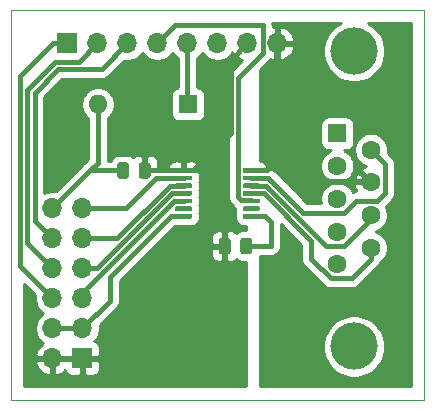
<source format=gbr>
%TF.GenerationSoftware,KiCad,Pcbnew,5.1.9*%
%TF.CreationDate,2021-02-06T21:01:27+01:00*%
%TF.ProjectId,linear_encoder,6c696e65-6172-45f6-956e-636f6465722e,0*%
%TF.SameCoordinates,Original*%
%TF.FileFunction,Copper,L1,Top*%
%TF.FilePolarity,Positive*%
%FSLAX46Y46*%
G04 Gerber Fmt 4.6, Leading zero omitted, Abs format (unit mm)*
G04 Created by KiCad (PCBNEW 5.1.9) date 2021-02-06 21:01:27*
%MOMM*%
%LPD*%
G01*
G04 APERTURE LIST*
%TA.AperFunction,Profile*%
%ADD10C,0.100000*%
%TD*%
%TA.AperFunction,ComponentPad*%
%ADD11O,1.700000X1.700000*%
%TD*%
%TA.AperFunction,ComponentPad*%
%ADD12R,1.700000X1.700000*%
%TD*%
%TA.AperFunction,ComponentPad*%
%ADD13C,4.000000*%
%TD*%
%TA.AperFunction,ComponentPad*%
%ADD14C,1.600000*%
%TD*%
%TA.AperFunction,ComponentPad*%
%ADD15R,1.600000X1.600000*%
%TD*%
%TA.AperFunction,ComponentPad*%
%ADD16O,1.600000X1.600000*%
%TD*%
%TA.AperFunction,Conductor*%
%ADD17C,0.400000*%
%TD*%
%TA.AperFunction,Conductor*%
%ADD18C,0.500000*%
%TD*%
%TA.AperFunction,Conductor*%
%ADD19C,0.254000*%
%TD*%
%TA.AperFunction,Conductor*%
%ADD20C,0.150000*%
%TD*%
G04 APERTURE END LIST*
D10*
X109000000Y-19000000D02*
X109000000Y-52000000D01*
X74000000Y-19000000D02*
X109000000Y-19000000D01*
X74000000Y-52000000D02*
X74000000Y-19000000D01*
X109000000Y-52000000D02*
X74000000Y-52000000D01*
%TO.P,U1,14*%
%TO.N,+5V*%
%TA.AperFunction,SMDPad,CuDef*%
G36*
G01*
X93605000Y-32690000D02*
X93605000Y-32490000D01*
G75*
G02*
X93705000Y-32390000I100000J0D01*
G01*
X94980000Y-32390000D01*
G75*
G02*
X95080000Y-32490000I0J-100000D01*
G01*
X95080000Y-32690000D01*
G75*
G02*
X94980000Y-32790000I-100000J0D01*
G01*
X93705000Y-32790000D01*
G75*
G02*
X93605000Y-32690000I0J100000D01*
G01*
G37*
%TD.AperFunction*%
%TO.P,U1,13*%
%TO.N,/A*%
%TA.AperFunction,SMDPad,CuDef*%
G36*
G01*
X93605000Y-33340000D02*
X93605000Y-33140000D01*
G75*
G02*
X93705000Y-33040000I100000J0D01*
G01*
X94980000Y-33040000D01*
G75*
G02*
X95080000Y-33140000I0J-100000D01*
G01*
X95080000Y-33340000D01*
G75*
G02*
X94980000Y-33440000I-100000J0D01*
G01*
X93705000Y-33440000D01*
G75*
G02*
X93605000Y-33340000I0J100000D01*
G01*
G37*
%TD.AperFunction*%
%TO.P,U1,12*%
%TO.N,/B*%
%TA.AperFunction,SMDPad,CuDef*%
G36*
G01*
X93605000Y-33990000D02*
X93605000Y-33790000D01*
G75*
G02*
X93705000Y-33690000I100000J0D01*
G01*
X94980000Y-33690000D01*
G75*
G02*
X95080000Y-33790000I0J-100000D01*
G01*
X95080000Y-33990000D01*
G75*
G02*
X94980000Y-34090000I-100000J0D01*
G01*
X93705000Y-34090000D01*
G75*
G02*
X93605000Y-33990000I0J100000D01*
G01*
G37*
%TD.AperFunction*%
%TO.P,U1,11*%
%TO.N,/Z*%
%TA.AperFunction,SMDPad,CuDef*%
G36*
G01*
X93605000Y-34640000D02*
X93605000Y-34440000D01*
G75*
G02*
X93705000Y-34340000I100000J0D01*
G01*
X94980000Y-34340000D01*
G75*
G02*
X95080000Y-34440000I0J-100000D01*
G01*
X95080000Y-34640000D01*
G75*
G02*
X94980000Y-34740000I-100000J0D01*
G01*
X93705000Y-34740000D01*
G75*
G02*
X93605000Y-34640000I0J100000D01*
G01*
G37*
%TD.AperFunction*%
%TO.P,U1,10*%
%TO.N,/IO5V*%
%TA.AperFunction,SMDPad,CuDef*%
G36*
G01*
X93605000Y-35290000D02*
X93605000Y-35090000D01*
G75*
G02*
X93705000Y-34990000I100000J0D01*
G01*
X94980000Y-34990000D01*
G75*
G02*
X95080000Y-35090000I0J-100000D01*
G01*
X95080000Y-35290000D01*
G75*
G02*
X94980000Y-35390000I-100000J0D01*
G01*
X93705000Y-35390000D01*
G75*
G02*
X93605000Y-35290000I0J100000D01*
G01*
G37*
%TD.AperFunction*%
%TO.P,U1,9*%
%TO.N,Net-(U1-Pad9)*%
%TA.AperFunction,SMDPad,CuDef*%
G36*
G01*
X93605000Y-35940000D02*
X93605000Y-35740000D01*
G75*
G02*
X93705000Y-35640000I100000J0D01*
G01*
X94980000Y-35640000D01*
G75*
G02*
X95080000Y-35740000I0J-100000D01*
G01*
X95080000Y-35940000D01*
G75*
G02*
X94980000Y-36040000I-100000J0D01*
G01*
X93705000Y-36040000D01*
G75*
G02*
X93605000Y-35940000I0J100000D01*
G01*
G37*
%TD.AperFunction*%
%TO.P,U1,8*%
%TO.N,Net-(R2-Pad2)*%
%TA.AperFunction,SMDPad,CuDef*%
G36*
G01*
X93605000Y-36590000D02*
X93605000Y-36390000D01*
G75*
G02*
X93705000Y-36290000I100000J0D01*
G01*
X94980000Y-36290000D01*
G75*
G02*
X95080000Y-36390000I0J-100000D01*
G01*
X95080000Y-36590000D01*
G75*
G02*
X94980000Y-36690000I-100000J0D01*
G01*
X93705000Y-36690000D01*
G75*
G02*
X93605000Y-36590000I0J100000D01*
G01*
G37*
%TD.AperFunction*%
%TO.P,U1,7*%
%TO.N,GND*%
%TA.AperFunction,SMDPad,CuDef*%
G36*
G01*
X87880000Y-36590000D02*
X87880000Y-36390000D01*
G75*
G02*
X87980000Y-36290000I100000J0D01*
G01*
X89255000Y-36290000D01*
G75*
G02*
X89355000Y-36390000I0J-100000D01*
G01*
X89355000Y-36590000D01*
G75*
G02*
X89255000Y-36690000I-100000J0D01*
G01*
X87980000Y-36690000D01*
G75*
G02*
X87880000Y-36590000I0J100000D01*
G01*
G37*
%TD.AperFunction*%
%TO.P,U1,6*%
%TO.N,Net-(U1-Pad6)*%
%TA.AperFunction,SMDPad,CuDef*%
G36*
G01*
X87880000Y-35940000D02*
X87880000Y-35740000D01*
G75*
G02*
X87980000Y-35640000I100000J0D01*
G01*
X89255000Y-35640000D01*
G75*
G02*
X89355000Y-35740000I0J-100000D01*
G01*
X89355000Y-35940000D01*
G75*
G02*
X89255000Y-36040000I-100000J0D01*
G01*
X87980000Y-36040000D01*
G75*
G02*
X87880000Y-35940000I0J100000D01*
G01*
G37*
%TD.AperFunction*%
%TO.P,U1,5*%
%TO.N,Net-(JPMOD1-Pad5)*%
%TA.AperFunction,SMDPad,CuDef*%
G36*
G01*
X87880000Y-35290000D02*
X87880000Y-35090000D01*
G75*
G02*
X87980000Y-34990000I100000J0D01*
G01*
X89255000Y-34990000D01*
G75*
G02*
X89355000Y-35090000I0J-100000D01*
G01*
X89355000Y-35290000D01*
G75*
G02*
X89255000Y-35390000I-100000J0D01*
G01*
X87980000Y-35390000D01*
G75*
G02*
X87880000Y-35290000I0J100000D01*
G01*
G37*
%TD.AperFunction*%
%TO.P,U1,4*%
%TO.N,/ZL*%
%TA.AperFunction,SMDPad,CuDef*%
G36*
G01*
X87880000Y-34640000D02*
X87880000Y-34440000D01*
G75*
G02*
X87980000Y-34340000I100000J0D01*
G01*
X89255000Y-34340000D01*
G75*
G02*
X89355000Y-34440000I0J-100000D01*
G01*
X89355000Y-34640000D01*
G75*
G02*
X89255000Y-34740000I-100000J0D01*
G01*
X87980000Y-34740000D01*
G75*
G02*
X87880000Y-34640000I0J100000D01*
G01*
G37*
%TD.AperFunction*%
%TO.P,U1,3*%
%TO.N,/BL*%
%TA.AperFunction,SMDPad,CuDef*%
G36*
G01*
X87880000Y-33990000D02*
X87880000Y-33790000D01*
G75*
G02*
X87980000Y-33690000I100000J0D01*
G01*
X89255000Y-33690000D01*
G75*
G02*
X89355000Y-33790000I0J-100000D01*
G01*
X89355000Y-33990000D01*
G75*
G02*
X89255000Y-34090000I-100000J0D01*
G01*
X87980000Y-34090000D01*
G75*
G02*
X87880000Y-33990000I0J100000D01*
G01*
G37*
%TD.AperFunction*%
%TO.P,U1,2*%
%TO.N,/AL*%
%TA.AperFunction,SMDPad,CuDef*%
G36*
G01*
X87880000Y-33340000D02*
X87880000Y-33140000D01*
G75*
G02*
X87980000Y-33040000I100000J0D01*
G01*
X89255000Y-33040000D01*
G75*
G02*
X89355000Y-33140000I0J-100000D01*
G01*
X89355000Y-33340000D01*
G75*
G02*
X89255000Y-33440000I-100000J0D01*
G01*
X87980000Y-33440000D01*
G75*
G02*
X87880000Y-33340000I0J100000D01*
G01*
G37*
%TD.AperFunction*%
%TO.P,U1,1*%
%TO.N,+3V3*%
%TA.AperFunction,SMDPad,CuDef*%
G36*
G01*
X87880000Y-32690000D02*
X87880000Y-32490000D01*
G75*
G02*
X87980000Y-32390000I100000J0D01*
G01*
X89255000Y-32390000D01*
G75*
G02*
X89355000Y-32490000I0J-100000D01*
G01*
X89355000Y-32690000D01*
G75*
G02*
X89255000Y-32790000I-100000J0D01*
G01*
X87980000Y-32790000D01*
G75*
G02*
X87880000Y-32690000I0J100000D01*
G01*
G37*
%TD.AperFunction*%
%TD*%
%TO.P,R2,2*%
%TO.N,Net-(R2-Pad2)*%
%TA.AperFunction,SMDPad,CuDef*%
G36*
G01*
X93400000Y-39450001D02*
X93400000Y-38549999D01*
G75*
G02*
X93649999Y-38300000I249999J0D01*
G01*
X94175001Y-38300000D01*
G75*
G02*
X94425000Y-38549999I0J-249999D01*
G01*
X94425000Y-39450001D01*
G75*
G02*
X94175001Y-39700000I-249999J0D01*
G01*
X93649999Y-39700000D01*
G75*
G02*
X93400000Y-39450001I0J249999D01*
G01*
G37*
%TD.AperFunction*%
%TO.P,R2,1*%
%TO.N,+3V3*%
%TA.AperFunction,SMDPad,CuDef*%
G36*
G01*
X91575000Y-39450001D02*
X91575000Y-38549999D01*
G75*
G02*
X91824999Y-38300000I249999J0D01*
G01*
X92350001Y-38300000D01*
G75*
G02*
X92600000Y-38549999I0J-249999D01*
G01*
X92600000Y-39450001D01*
G75*
G02*
X92350001Y-39700000I-249999J0D01*
G01*
X91824999Y-39700000D01*
G75*
G02*
X91575000Y-39450001I0J249999D01*
G01*
G37*
%TD.AperFunction*%
%TD*%
%TO.P,R1,2*%
%TO.N,+3V3*%
%TA.AperFunction,SMDPad,CuDef*%
G36*
G01*
X84800000Y-33050001D02*
X84800000Y-32149999D01*
G75*
G02*
X85049999Y-31900000I249999J0D01*
G01*
X85575001Y-31900000D01*
G75*
G02*
X85825000Y-32149999I0J-249999D01*
G01*
X85825000Y-33050001D01*
G75*
G02*
X85575001Y-33300000I-249999J0D01*
G01*
X85049999Y-33300000D01*
G75*
G02*
X84800000Y-33050001I0J249999D01*
G01*
G37*
%TD.AperFunction*%
%TO.P,R1,1*%
%TO.N,Net-(D1-Pad2)*%
%TA.AperFunction,SMDPad,CuDef*%
G36*
G01*
X82975000Y-33050001D02*
X82975000Y-32149999D01*
G75*
G02*
X83224999Y-31900000I249999J0D01*
G01*
X83750001Y-31900000D01*
G75*
G02*
X84000000Y-32149999I0J-249999D01*
G01*
X84000000Y-33050001D01*
G75*
G02*
X83750001Y-33300000I-249999J0D01*
G01*
X83224999Y-33300000D01*
G75*
G02*
X82975000Y-33050001I0J249999D01*
G01*
G37*
%TD.AperFunction*%
%TD*%
D11*
%TO.P,JPMOD1,12*%
%TO.N,Net-(D1-Pad2)*%
X77510000Y-35810000D03*
%TO.P,JPMOD1,11*%
%TO.N,/AL*%
X80050000Y-35810000D03*
%TO.P,JPMOD1,10*%
%TO.N,/IO2*%
X77510000Y-38350000D03*
%TO.P,JPMOD1,9*%
%TO.N,/BL*%
X80050000Y-38350000D03*
%TO.P,JPMOD1,8*%
%TO.N,/IO1*%
X77510000Y-40890000D03*
%TO.P,JPMOD1,7*%
%TO.N,/ZL*%
X80050000Y-40890000D03*
%TO.P,JPMOD1,6*%
%TO.N,/IO0*%
X77510000Y-43430000D03*
%TO.P,JPMOD1,5*%
%TO.N,Net-(JPMOD1-Pad5)*%
X80050000Y-43430000D03*
%TO.P,JPMOD1,4*%
%TO.N,GND*%
X77510000Y-45970000D03*
%TO.P,JPMOD1,3*%
X80050000Y-45970000D03*
%TO.P,JPMOD1,2*%
%TO.N,+3V3*%
X77510000Y-48510000D03*
D12*
%TO.P,JPMOD1,1*%
X80050000Y-48510000D03*
%TD*%
D13*
%TO.P,JDB9,0*%
%TO.N,N/C*%
X103060000Y-22500000D03*
X103060000Y-47500000D03*
D14*
%TO.P,JDB9,9*%
%TO.N,/Z*%
X104480000Y-39155000D03*
%TO.P,JDB9,8*%
%TO.N,/B*%
X104480000Y-36385000D03*
%TO.P,JDB9,7*%
%TO.N,+5V*%
X104480000Y-33615000D03*
%TO.P,JDB9,6*%
%TO.N,/A*%
X104480000Y-30845000D03*
%TO.P,JDB9,5*%
%TO.N,Net-(JDB9-Pad5)*%
X101640000Y-40540000D03*
%TO.P,JDB9,4*%
%TO.N,Net-(JDB9-Pad4)*%
X101640000Y-37770000D03*
%TO.P,JDB9,3*%
%TO.N,Net-(JDB9-Pad3)*%
X101640000Y-35000000D03*
%TO.P,JDB9,2*%
%TO.N,GND*%
X101640000Y-32230000D03*
D15*
%TO.P,JDB9,1*%
%TO.N,Net-(JDB9-Pad1)*%
X101640000Y-29460000D03*
%TD*%
D11*
%TO.P,J1,8*%
%TO.N,+5V*%
X96560000Y-21840000D03*
%TO.P,J1,7*%
%TO.N,+3V3*%
X94020000Y-21840000D03*
%TO.P,J1,6*%
%TO.N,GND*%
X91480000Y-21840000D03*
%TO.P,J1,5*%
%TO.N,/PROBE_IN*%
X88940000Y-21840000D03*
%TO.P,J1,4*%
%TO.N,/IO5V*%
X86400000Y-21840000D03*
%TO.P,J1,3*%
%TO.N,/IO2*%
X83860000Y-21840000D03*
%TO.P,J1,2*%
%TO.N,/IO1*%
X81320000Y-21840000D03*
D12*
%TO.P,J1,1*%
%TO.N,/IO0*%
X78780000Y-21840000D03*
%TD*%
D16*
%TO.P,D1,2*%
%TO.N,Net-(D1-Pad2)*%
X81380000Y-27000000D03*
D15*
%TO.P,D1,1*%
%TO.N,/PROBE_IN*%
X89000000Y-27000000D03*
%TD*%
D17*
%TO.N,Net-(D1-Pad2)*%
X83380000Y-32492500D02*
X83487500Y-32600000D01*
X80720000Y-32600000D02*
X77510000Y-35810000D01*
X83487500Y-32600000D02*
X80720000Y-32600000D01*
X81380000Y-31940000D02*
X80720000Y-32600000D01*
X81380000Y-27000000D02*
X81380000Y-31940000D01*
%TO.N,/PROBE_IN*%
X88940000Y-26940000D02*
X89000000Y-27000000D01*
X88940000Y-21840000D02*
X88940000Y-26940000D01*
D18*
%TO.N,+5V*%
X96560000Y-21840000D02*
X96560000Y-30372500D01*
X99802500Y-33615000D02*
X96560000Y-30372500D01*
X104480000Y-33615000D02*
X99802500Y-33615000D01*
D17*
X94342500Y-32590000D02*
X95660000Y-32590000D01*
X96560000Y-31690000D02*
X96560000Y-30372500D01*
X95660000Y-32590000D02*
X96560000Y-31690000D01*
%TO.N,+3V3*%
X88617500Y-32590000D02*
X89412124Y-32590000D01*
X85322500Y-32590000D02*
X85312500Y-32600000D01*
X88617500Y-32590000D02*
X85322500Y-32590000D01*
X77510000Y-48510000D02*
X80050000Y-48510000D01*
X89412124Y-32590000D02*
X92604979Y-29397145D01*
X92604979Y-29397145D02*
X92604979Y-23255021D01*
X92604979Y-23255021D02*
X94020000Y-21840000D01*
X88617500Y-32590000D02*
X91590000Y-32590000D01*
X92087500Y-33087500D02*
X92087500Y-39000000D01*
X91590000Y-32590000D02*
X92087500Y-33087500D01*
%TO.N,GND*%
X88617500Y-36490000D02*
X87510000Y-36490000D01*
X87510000Y-36490000D02*
X82400000Y-41600000D01*
X82400000Y-43620000D02*
X80050000Y-45970000D01*
X82400000Y-41600000D02*
X82400000Y-43620000D01*
X80050000Y-45970000D02*
X77510000Y-45970000D01*
%TO.N,/IO5V*%
X93204990Y-34847114D02*
X93204990Y-24795010D01*
X93497886Y-35140010D02*
X93204990Y-34847114D01*
X94342500Y-35140010D02*
X93497886Y-35140010D01*
X95309999Y-22690001D02*
X95309999Y-20309999D01*
X93204990Y-24795010D02*
X95309999Y-22690001D01*
X87930001Y-20309999D02*
X86400000Y-21840000D01*
X95309999Y-20309999D02*
X87930001Y-20309999D01*
%TO.N,/IO2*%
X83860000Y-21840000D02*
X81700000Y-24000000D01*
X81700000Y-24000000D02*
X78000000Y-24000000D01*
X78000000Y-24000000D02*
X76000000Y-26000000D01*
X76000000Y-36840000D02*
X77510000Y-38350000D01*
X76000000Y-26000000D02*
X76000000Y-36840000D01*
%TO.N,/IO1*%
X79760011Y-23399989D02*
X81320000Y-21840000D01*
X77510000Y-40890000D02*
X75399989Y-38779989D01*
X75399989Y-38779989D02*
X75399989Y-25751468D01*
X75399989Y-25751468D02*
X77751468Y-23399989D01*
X77751468Y-23399989D02*
X79760011Y-23399989D01*
%TO.N,/IO0*%
X78780000Y-21840000D02*
X77530000Y-21840000D01*
X77530000Y-21840000D02*
X74799978Y-24570022D01*
X74799978Y-24570022D02*
X74799978Y-40719978D01*
X74799978Y-40719978D02*
X77510000Y-43430000D01*
%TO.N,/Z*%
X104480000Y-39155000D02*
X104480000Y-40102196D01*
X99400000Y-40076002D02*
X99400000Y-38551457D01*
X99400000Y-38551457D02*
X95388543Y-34540000D01*
X104480000Y-40102196D02*
X102842195Y-41740001D01*
X102842195Y-41740001D02*
X101063999Y-41740001D01*
X101063999Y-41740001D02*
X99400000Y-40076002D01*
X95388543Y-34540000D02*
X94342500Y-34540000D01*
%TO.N,/B*%
X95587086Y-33890000D02*
X94342500Y-33890000D01*
X104480000Y-36706002D02*
X102216001Y-38970001D01*
X100667087Y-38970001D02*
X95587086Y-33890000D01*
X102216001Y-38970001D02*
X100667087Y-38970001D01*
X104480000Y-36385000D02*
X104480000Y-36706002D01*
%TO.N,/A*%
X95785629Y-33240000D02*
X94342500Y-33240000D01*
X105680001Y-34519999D02*
X105015001Y-35184999D01*
X98745630Y-36200001D02*
X95785629Y-33240000D01*
X102216001Y-36200001D02*
X98745630Y-36200001D01*
X103231003Y-35184999D02*
X102216001Y-36200001D01*
X104480000Y-30845000D02*
X105680001Y-32045001D01*
X105015001Y-35184999D02*
X103231003Y-35184999D01*
X105680001Y-32045001D02*
X105680001Y-34519999D01*
%TO.N,/ZL*%
X88617500Y-34540000D02*
X87624334Y-34540000D01*
X87624334Y-34540000D02*
X81274334Y-40890000D01*
X81274334Y-40890000D02*
X80050000Y-40890000D01*
%TO.N,/BL*%
X87425791Y-33890000D02*
X82965791Y-38350000D01*
X88617500Y-33890000D02*
X87425791Y-33890000D01*
X82965791Y-38350000D02*
X80050000Y-38350000D01*
%TO.N,/AL*%
X83734256Y-35810000D02*
X80050000Y-35810000D01*
X86304256Y-33240000D02*
X83734256Y-35810000D01*
X88617500Y-33240000D02*
X86304256Y-33240000D01*
%TO.N,Net-(R2-Pad2)*%
X94342500Y-36490000D02*
X95490000Y-36490000D01*
X95490000Y-36490000D02*
X96000000Y-37000000D01*
X96000000Y-37000000D02*
X96000000Y-39000000D01*
X96000000Y-39000000D02*
X93912500Y-39000000D01*
%TO.N,Net-(JPMOD1-Pad5)*%
X80050000Y-42962876D02*
X80050000Y-43430000D01*
X88617500Y-35190000D02*
X87822876Y-35190000D01*
X87822876Y-35190000D02*
X80050000Y-42962876D01*
%TD*%
D19*
%TO.N,+3V3*%
X92824822Y-22721355D02*
X93019731Y-22937588D01*
X93253080Y-23111641D01*
X93515901Y-23236825D01*
X93566853Y-23252280D01*
X92643564Y-24175569D01*
X92611700Y-24201719D01*
X92585552Y-24233581D01*
X92507354Y-24328865D01*
X92429818Y-24473924D01*
X92382072Y-24631322D01*
X92365950Y-24795010D01*
X92369991Y-24836039D01*
X92369990Y-34806095D01*
X92365950Y-34847114D01*
X92369990Y-34888132D01*
X92382072Y-35010802D01*
X92429818Y-35168200D01*
X92507354Y-35313259D01*
X92611699Y-35440405D01*
X92643569Y-35466560D01*
X92878440Y-35701431D01*
X92904595Y-35733301D01*
X92966928Y-35784456D01*
X92966928Y-35940000D01*
X92981110Y-36083991D01*
X93005684Y-36165000D01*
X92981110Y-36246009D01*
X92966928Y-36390000D01*
X92966928Y-36590000D01*
X92981110Y-36733991D01*
X93023110Y-36872448D01*
X93091316Y-37000051D01*
X93183104Y-37111896D01*
X93294949Y-37203684D01*
X93422552Y-37271890D01*
X93561009Y-37313890D01*
X93705000Y-37328072D01*
X93873000Y-37328072D01*
X93873000Y-37661928D01*
X93649999Y-37661928D01*
X93476745Y-37678992D01*
X93310149Y-37729528D01*
X93156613Y-37811595D01*
X93075363Y-37878276D01*
X93051185Y-37848815D01*
X92954494Y-37769463D01*
X92844180Y-37710498D01*
X92724482Y-37674188D01*
X92600000Y-37661928D01*
X92373250Y-37665000D01*
X92214500Y-37823750D01*
X92214500Y-38873000D01*
X92234500Y-38873000D01*
X92234500Y-39127000D01*
X92214500Y-39127000D01*
X92214500Y-40176250D01*
X92373250Y-40335000D01*
X92600000Y-40338072D01*
X92724482Y-40325812D01*
X92844180Y-40289502D01*
X92954494Y-40230537D01*
X93051185Y-40151185D01*
X93075363Y-40121724D01*
X93156613Y-40188405D01*
X93310149Y-40270472D01*
X93476745Y-40321008D01*
X93649999Y-40338072D01*
X93873000Y-40338072D01*
X93873000Y-50873000D01*
X75127000Y-50873000D01*
X75127000Y-48866890D01*
X76068524Y-48866890D01*
X76113175Y-49014099D01*
X76238359Y-49276920D01*
X76412412Y-49510269D01*
X76628645Y-49705178D01*
X76878748Y-49854157D01*
X77153109Y-49951481D01*
X77383000Y-49830814D01*
X77383000Y-48637000D01*
X77637000Y-48637000D01*
X77637000Y-49830814D01*
X77866891Y-49951481D01*
X78141252Y-49854157D01*
X78391355Y-49705178D01*
X78587502Y-49528374D01*
X78610498Y-49604180D01*
X78669463Y-49714494D01*
X78748815Y-49811185D01*
X78845506Y-49890537D01*
X78955820Y-49949502D01*
X79075518Y-49985812D01*
X79200000Y-49998072D01*
X79764250Y-49995000D01*
X79923000Y-49836250D01*
X79923000Y-48637000D01*
X80177000Y-48637000D01*
X80177000Y-49836250D01*
X80335750Y-49995000D01*
X80900000Y-49998072D01*
X81024482Y-49985812D01*
X81144180Y-49949502D01*
X81254494Y-49890537D01*
X81351185Y-49811185D01*
X81430537Y-49714494D01*
X81489502Y-49604180D01*
X81525812Y-49484482D01*
X81538072Y-49360000D01*
X81535000Y-48795750D01*
X81376250Y-48637000D01*
X80177000Y-48637000D01*
X79923000Y-48637000D01*
X77637000Y-48637000D01*
X77383000Y-48637000D01*
X76189845Y-48637000D01*
X76068524Y-48866890D01*
X75127000Y-48866890D01*
X75127000Y-42227867D01*
X76051193Y-43152061D01*
X76025000Y-43283740D01*
X76025000Y-43576260D01*
X76082068Y-43863158D01*
X76194010Y-44133411D01*
X76356525Y-44376632D01*
X76563368Y-44583475D01*
X76737760Y-44700000D01*
X76563368Y-44816525D01*
X76356525Y-45023368D01*
X76194010Y-45266589D01*
X76082068Y-45536842D01*
X76025000Y-45823740D01*
X76025000Y-46116260D01*
X76082068Y-46403158D01*
X76194010Y-46673411D01*
X76356525Y-46916632D01*
X76563368Y-47123475D01*
X76745534Y-47245195D01*
X76628645Y-47314822D01*
X76412412Y-47509731D01*
X76238359Y-47743080D01*
X76113175Y-48005901D01*
X76068524Y-48153110D01*
X76189845Y-48383000D01*
X77383000Y-48383000D01*
X77383000Y-48363000D01*
X77637000Y-48363000D01*
X77637000Y-48383000D01*
X79923000Y-48383000D01*
X79923000Y-48363000D01*
X80177000Y-48363000D01*
X80177000Y-48383000D01*
X81376250Y-48383000D01*
X81535000Y-48224250D01*
X81538072Y-47660000D01*
X81525812Y-47535518D01*
X81489502Y-47415820D01*
X81430537Y-47305506D01*
X81351185Y-47208815D01*
X81254494Y-47129463D01*
X81144180Y-47070498D01*
X81071620Y-47048487D01*
X81203475Y-46916632D01*
X81365990Y-46673411D01*
X81477932Y-46403158D01*
X81535000Y-46116260D01*
X81535000Y-45823740D01*
X81508807Y-45692061D01*
X82961432Y-44239437D01*
X82993291Y-44213291D01*
X83097636Y-44086146D01*
X83175172Y-43941087D01*
X83222918Y-43783689D01*
X83235000Y-43661019D01*
X83239040Y-43620000D01*
X83235000Y-43578982D01*
X83235000Y-41945867D01*
X85480867Y-39700000D01*
X90936928Y-39700000D01*
X90949188Y-39824482D01*
X90985498Y-39944180D01*
X91044463Y-40054494D01*
X91123815Y-40151185D01*
X91220506Y-40230537D01*
X91330820Y-40289502D01*
X91450518Y-40325812D01*
X91575000Y-40338072D01*
X91801750Y-40335000D01*
X91960500Y-40176250D01*
X91960500Y-39127000D01*
X91098750Y-39127000D01*
X90940000Y-39285750D01*
X90936928Y-39700000D01*
X85480867Y-39700000D01*
X86880867Y-38300000D01*
X90936928Y-38300000D01*
X90940000Y-38714250D01*
X91098750Y-38873000D01*
X91960500Y-38873000D01*
X91960500Y-37823750D01*
X91801750Y-37665000D01*
X91575000Y-37661928D01*
X91450518Y-37674188D01*
X91330820Y-37710498D01*
X91220506Y-37769463D01*
X91123815Y-37848815D01*
X91044463Y-37945506D01*
X90985498Y-38055820D01*
X90949188Y-38175518D01*
X90936928Y-38300000D01*
X86880867Y-38300000D01*
X87855868Y-37325000D01*
X87948810Y-37325000D01*
X87980000Y-37328072D01*
X89255000Y-37328072D01*
X89398991Y-37313890D01*
X89537448Y-37271890D01*
X89665051Y-37203684D01*
X89776896Y-37111896D01*
X89868684Y-37000051D01*
X89936890Y-36872448D01*
X89978890Y-36733991D01*
X89993072Y-36590000D01*
X89993072Y-36390000D01*
X89978890Y-36246009D01*
X89954316Y-36165000D01*
X89978890Y-36083991D01*
X89993072Y-35940000D01*
X89993072Y-35740000D01*
X89978890Y-35596009D01*
X89954316Y-35515000D01*
X89978890Y-35433991D01*
X89993072Y-35290000D01*
X89993072Y-35090000D01*
X89978890Y-34946009D01*
X89954316Y-34865000D01*
X89978890Y-34783991D01*
X89993072Y-34640000D01*
X89993072Y-34440000D01*
X89978890Y-34296009D01*
X89954316Y-34215000D01*
X89978890Y-34133991D01*
X89993072Y-33990000D01*
X89993072Y-33790000D01*
X89978890Y-33646009D01*
X89954316Y-33565000D01*
X89978890Y-33483991D01*
X89993072Y-33340000D01*
X89993072Y-33140000D01*
X89978890Y-32996009D01*
X89967650Y-32958955D01*
X89978868Y-32923883D01*
X89990000Y-32821750D01*
X89831250Y-32663000D01*
X89813741Y-32663000D01*
X89776896Y-32618104D01*
X89665051Y-32526316D01*
X89647622Y-32517000D01*
X89831250Y-32517000D01*
X89990000Y-32358250D01*
X89978868Y-32256117D01*
X89940761Y-32136979D01*
X89880144Y-32027564D01*
X89799346Y-31932078D01*
X89701471Y-31854189D01*
X89590282Y-31796891D01*
X89470052Y-31762386D01*
X89345400Y-31752000D01*
X88903250Y-31755000D01*
X88744500Y-31913750D01*
X88744500Y-32401928D01*
X88490500Y-32401928D01*
X88490500Y-31913750D01*
X88331750Y-31755000D01*
X87889600Y-31752000D01*
X87764948Y-31762386D01*
X87644718Y-31796891D01*
X87533529Y-31854189D01*
X87435654Y-31932078D01*
X87354856Y-32027564D01*
X87294239Y-32136979D01*
X87256132Y-32256117D01*
X87245000Y-32358250D01*
X87291750Y-32405000D01*
X86369250Y-32405000D01*
X86460000Y-32314250D01*
X86463072Y-31900000D01*
X86450812Y-31775518D01*
X86414502Y-31655820D01*
X86355537Y-31545506D01*
X86276185Y-31448815D01*
X86179494Y-31369463D01*
X86069180Y-31310498D01*
X85949482Y-31274188D01*
X85825000Y-31261928D01*
X85598250Y-31265000D01*
X85439500Y-31423750D01*
X85439500Y-32473000D01*
X85459500Y-32473000D01*
X85459500Y-32727000D01*
X85439500Y-32727000D01*
X85439500Y-32747000D01*
X85185500Y-32747000D01*
X85185500Y-32727000D01*
X85165500Y-32727000D01*
X85165500Y-32473000D01*
X85185500Y-32473000D01*
X85185500Y-31423750D01*
X85026750Y-31265000D01*
X84800000Y-31261928D01*
X84675518Y-31274188D01*
X84555820Y-31310498D01*
X84445506Y-31369463D01*
X84348815Y-31448815D01*
X84324637Y-31478276D01*
X84243387Y-31411595D01*
X84089851Y-31329528D01*
X83923255Y-31278992D01*
X83750001Y-31261928D01*
X83224999Y-31261928D01*
X83051745Y-31278992D01*
X82885149Y-31329528D01*
X82731613Y-31411595D01*
X82597038Y-31522038D01*
X82486595Y-31656613D01*
X82428661Y-31765000D01*
X82215000Y-31765000D01*
X82215000Y-28167930D01*
X82294759Y-28114637D01*
X82494637Y-27914759D01*
X82651680Y-27679727D01*
X82759853Y-27418574D01*
X82815000Y-27141335D01*
X82815000Y-26858665D01*
X82759853Y-26581426D01*
X82651680Y-26320273D01*
X82494637Y-26085241D01*
X82294759Y-25885363D01*
X82059727Y-25728320D01*
X81798574Y-25620147D01*
X81521335Y-25565000D01*
X81238665Y-25565000D01*
X80961426Y-25620147D01*
X80700273Y-25728320D01*
X80465241Y-25885363D01*
X80265363Y-26085241D01*
X80108320Y-26320273D01*
X80000147Y-26581426D01*
X79945000Y-26858665D01*
X79945000Y-27141335D01*
X80000147Y-27418574D01*
X80108320Y-27679727D01*
X80265363Y-27914759D01*
X80465241Y-28114637D01*
X80545000Y-28167930D01*
X80545001Y-31594131D01*
X80158578Y-31980555D01*
X80126709Y-32006709D01*
X80100563Y-32038568D01*
X77787940Y-34351193D01*
X77656260Y-34325000D01*
X77363740Y-34325000D01*
X77076842Y-34382068D01*
X76835000Y-34482242D01*
X76835000Y-26345867D01*
X78345868Y-24835000D01*
X81658982Y-24835000D01*
X81700000Y-24839040D01*
X81741018Y-24835000D01*
X81741019Y-24835000D01*
X81863689Y-24822918D01*
X82021087Y-24775172D01*
X82166146Y-24697636D01*
X82293291Y-24593291D01*
X82319446Y-24561421D01*
X83582060Y-23298807D01*
X83713740Y-23325000D01*
X84006260Y-23325000D01*
X84293158Y-23267932D01*
X84563411Y-23155990D01*
X84806632Y-22993475D01*
X85013475Y-22786632D01*
X85130000Y-22612240D01*
X85246525Y-22786632D01*
X85453368Y-22993475D01*
X85696589Y-23155990D01*
X85966842Y-23267932D01*
X86253740Y-23325000D01*
X86546260Y-23325000D01*
X86833158Y-23267932D01*
X87103411Y-23155990D01*
X87346632Y-22993475D01*
X87553475Y-22786632D01*
X87670000Y-22612240D01*
X87786525Y-22786632D01*
X87993368Y-22993475D01*
X88105000Y-23068065D01*
X88105001Y-25571284D01*
X88075518Y-25574188D01*
X87955820Y-25610498D01*
X87845506Y-25669463D01*
X87748815Y-25748815D01*
X87669463Y-25845506D01*
X87610498Y-25955820D01*
X87574188Y-26075518D01*
X87561928Y-26200000D01*
X87561928Y-27800000D01*
X87574188Y-27924482D01*
X87610498Y-28044180D01*
X87669463Y-28154494D01*
X87748815Y-28251185D01*
X87845506Y-28330537D01*
X87955820Y-28389502D01*
X88075518Y-28425812D01*
X88200000Y-28438072D01*
X89800000Y-28438072D01*
X89924482Y-28425812D01*
X90044180Y-28389502D01*
X90154494Y-28330537D01*
X90251185Y-28251185D01*
X90330537Y-28154494D01*
X90389502Y-28044180D01*
X90425812Y-27924482D01*
X90438072Y-27800000D01*
X90438072Y-26200000D01*
X90425812Y-26075518D01*
X90389502Y-25955820D01*
X90330537Y-25845506D01*
X90251185Y-25748815D01*
X90154494Y-25669463D01*
X90044180Y-25610498D01*
X89924482Y-25574188D01*
X89800000Y-25561928D01*
X89775000Y-25561928D01*
X89775000Y-23068065D01*
X89886632Y-22993475D01*
X90093475Y-22786632D01*
X90210000Y-22612240D01*
X90326525Y-22786632D01*
X90533368Y-22993475D01*
X90776589Y-23155990D01*
X91046842Y-23267932D01*
X91333740Y-23325000D01*
X91626260Y-23325000D01*
X91913158Y-23267932D01*
X92183411Y-23155990D01*
X92426632Y-22993475D01*
X92633475Y-22786632D01*
X92755195Y-22604466D01*
X92824822Y-22721355D01*
%TA.AperFunction,Conductor*%
D20*
G36*
X92824822Y-22721355D02*
G01*
X93019731Y-22937588D01*
X93253080Y-23111641D01*
X93515901Y-23236825D01*
X93566853Y-23252280D01*
X92643564Y-24175569D01*
X92611700Y-24201719D01*
X92585552Y-24233581D01*
X92507354Y-24328865D01*
X92429818Y-24473924D01*
X92382072Y-24631322D01*
X92365950Y-24795010D01*
X92369991Y-24836039D01*
X92369990Y-34806095D01*
X92365950Y-34847114D01*
X92369990Y-34888132D01*
X92382072Y-35010802D01*
X92429818Y-35168200D01*
X92507354Y-35313259D01*
X92611699Y-35440405D01*
X92643569Y-35466560D01*
X92878440Y-35701431D01*
X92904595Y-35733301D01*
X92966928Y-35784456D01*
X92966928Y-35940000D01*
X92981110Y-36083991D01*
X93005684Y-36165000D01*
X92981110Y-36246009D01*
X92966928Y-36390000D01*
X92966928Y-36590000D01*
X92981110Y-36733991D01*
X93023110Y-36872448D01*
X93091316Y-37000051D01*
X93183104Y-37111896D01*
X93294949Y-37203684D01*
X93422552Y-37271890D01*
X93561009Y-37313890D01*
X93705000Y-37328072D01*
X93873000Y-37328072D01*
X93873000Y-37661928D01*
X93649999Y-37661928D01*
X93476745Y-37678992D01*
X93310149Y-37729528D01*
X93156613Y-37811595D01*
X93075363Y-37878276D01*
X93051185Y-37848815D01*
X92954494Y-37769463D01*
X92844180Y-37710498D01*
X92724482Y-37674188D01*
X92600000Y-37661928D01*
X92373250Y-37665000D01*
X92214500Y-37823750D01*
X92214500Y-38873000D01*
X92234500Y-38873000D01*
X92234500Y-39127000D01*
X92214500Y-39127000D01*
X92214500Y-40176250D01*
X92373250Y-40335000D01*
X92600000Y-40338072D01*
X92724482Y-40325812D01*
X92844180Y-40289502D01*
X92954494Y-40230537D01*
X93051185Y-40151185D01*
X93075363Y-40121724D01*
X93156613Y-40188405D01*
X93310149Y-40270472D01*
X93476745Y-40321008D01*
X93649999Y-40338072D01*
X93873000Y-40338072D01*
X93873000Y-50873000D01*
X75127000Y-50873000D01*
X75127000Y-48866890D01*
X76068524Y-48866890D01*
X76113175Y-49014099D01*
X76238359Y-49276920D01*
X76412412Y-49510269D01*
X76628645Y-49705178D01*
X76878748Y-49854157D01*
X77153109Y-49951481D01*
X77383000Y-49830814D01*
X77383000Y-48637000D01*
X77637000Y-48637000D01*
X77637000Y-49830814D01*
X77866891Y-49951481D01*
X78141252Y-49854157D01*
X78391355Y-49705178D01*
X78587502Y-49528374D01*
X78610498Y-49604180D01*
X78669463Y-49714494D01*
X78748815Y-49811185D01*
X78845506Y-49890537D01*
X78955820Y-49949502D01*
X79075518Y-49985812D01*
X79200000Y-49998072D01*
X79764250Y-49995000D01*
X79923000Y-49836250D01*
X79923000Y-48637000D01*
X80177000Y-48637000D01*
X80177000Y-49836250D01*
X80335750Y-49995000D01*
X80900000Y-49998072D01*
X81024482Y-49985812D01*
X81144180Y-49949502D01*
X81254494Y-49890537D01*
X81351185Y-49811185D01*
X81430537Y-49714494D01*
X81489502Y-49604180D01*
X81525812Y-49484482D01*
X81538072Y-49360000D01*
X81535000Y-48795750D01*
X81376250Y-48637000D01*
X80177000Y-48637000D01*
X79923000Y-48637000D01*
X77637000Y-48637000D01*
X77383000Y-48637000D01*
X76189845Y-48637000D01*
X76068524Y-48866890D01*
X75127000Y-48866890D01*
X75127000Y-42227867D01*
X76051193Y-43152061D01*
X76025000Y-43283740D01*
X76025000Y-43576260D01*
X76082068Y-43863158D01*
X76194010Y-44133411D01*
X76356525Y-44376632D01*
X76563368Y-44583475D01*
X76737760Y-44700000D01*
X76563368Y-44816525D01*
X76356525Y-45023368D01*
X76194010Y-45266589D01*
X76082068Y-45536842D01*
X76025000Y-45823740D01*
X76025000Y-46116260D01*
X76082068Y-46403158D01*
X76194010Y-46673411D01*
X76356525Y-46916632D01*
X76563368Y-47123475D01*
X76745534Y-47245195D01*
X76628645Y-47314822D01*
X76412412Y-47509731D01*
X76238359Y-47743080D01*
X76113175Y-48005901D01*
X76068524Y-48153110D01*
X76189845Y-48383000D01*
X77383000Y-48383000D01*
X77383000Y-48363000D01*
X77637000Y-48363000D01*
X77637000Y-48383000D01*
X79923000Y-48383000D01*
X79923000Y-48363000D01*
X80177000Y-48363000D01*
X80177000Y-48383000D01*
X81376250Y-48383000D01*
X81535000Y-48224250D01*
X81538072Y-47660000D01*
X81525812Y-47535518D01*
X81489502Y-47415820D01*
X81430537Y-47305506D01*
X81351185Y-47208815D01*
X81254494Y-47129463D01*
X81144180Y-47070498D01*
X81071620Y-47048487D01*
X81203475Y-46916632D01*
X81365990Y-46673411D01*
X81477932Y-46403158D01*
X81535000Y-46116260D01*
X81535000Y-45823740D01*
X81508807Y-45692061D01*
X82961432Y-44239437D01*
X82993291Y-44213291D01*
X83097636Y-44086146D01*
X83175172Y-43941087D01*
X83222918Y-43783689D01*
X83235000Y-43661019D01*
X83239040Y-43620000D01*
X83235000Y-43578982D01*
X83235000Y-41945867D01*
X85480867Y-39700000D01*
X90936928Y-39700000D01*
X90949188Y-39824482D01*
X90985498Y-39944180D01*
X91044463Y-40054494D01*
X91123815Y-40151185D01*
X91220506Y-40230537D01*
X91330820Y-40289502D01*
X91450518Y-40325812D01*
X91575000Y-40338072D01*
X91801750Y-40335000D01*
X91960500Y-40176250D01*
X91960500Y-39127000D01*
X91098750Y-39127000D01*
X90940000Y-39285750D01*
X90936928Y-39700000D01*
X85480867Y-39700000D01*
X86880867Y-38300000D01*
X90936928Y-38300000D01*
X90940000Y-38714250D01*
X91098750Y-38873000D01*
X91960500Y-38873000D01*
X91960500Y-37823750D01*
X91801750Y-37665000D01*
X91575000Y-37661928D01*
X91450518Y-37674188D01*
X91330820Y-37710498D01*
X91220506Y-37769463D01*
X91123815Y-37848815D01*
X91044463Y-37945506D01*
X90985498Y-38055820D01*
X90949188Y-38175518D01*
X90936928Y-38300000D01*
X86880867Y-38300000D01*
X87855868Y-37325000D01*
X87948810Y-37325000D01*
X87980000Y-37328072D01*
X89255000Y-37328072D01*
X89398991Y-37313890D01*
X89537448Y-37271890D01*
X89665051Y-37203684D01*
X89776896Y-37111896D01*
X89868684Y-37000051D01*
X89936890Y-36872448D01*
X89978890Y-36733991D01*
X89993072Y-36590000D01*
X89993072Y-36390000D01*
X89978890Y-36246009D01*
X89954316Y-36165000D01*
X89978890Y-36083991D01*
X89993072Y-35940000D01*
X89993072Y-35740000D01*
X89978890Y-35596009D01*
X89954316Y-35515000D01*
X89978890Y-35433991D01*
X89993072Y-35290000D01*
X89993072Y-35090000D01*
X89978890Y-34946009D01*
X89954316Y-34865000D01*
X89978890Y-34783991D01*
X89993072Y-34640000D01*
X89993072Y-34440000D01*
X89978890Y-34296009D01*
X89954316Y-34215000D01*
X89978890Y-34133991D01*
X89993072Y-33990000D01*
X89993072Y-33790000D01*
X89978890Y-33646009D01*
X89954316Y-33565000D01*
X89978890Y-33483991D01*
X89993072Y-33340000D01*
X89993072Y-33140000D01*
X89978890Y-32996009D01*
X89967650Y-32958955D01*
X89978868Y-32923883D01*
X89990000Y-32821750D01*
X89831250Y-32663000D01*
X89813741Y-32663000D01*
X89776896Y-32618104D01*
X89665051Y-32526316D01*
X89647622Y-32517000D01*
X89831250Y-32517000D01*
X89990000Y-32358250D01*
X89978868Y-32256117D01*
X89940761Y-32136979D01*
X89880144Y-32027564D01*
X89799346Y-31932078D01*
X89701471Y-31854189D01*
X89590282Y-31796891D01*
X89470052Y-31762386D01*
X89345400Y-31752000D01*
X88903250Y-31755000D01*
X88744500Y-31913750D01*
X88744500Y-32401928D01*
X88490500Y-32401928D01*
X88490500Y-31913750D01*
X88331750Y-31755000D01*
X87889600Y-31752000D01*
X87764948Y-31762386D01*
X87644718Y-31796891D01*
X87533529Y-31854189D01*
X87435654Y-31932078D01*
X87354856Y-32027564D01*
X87294239Y-32136979D01*
X87256132Y-32256117D01*
X87245000Y-32358250D01*
X87291750Y-32405000D01*
X86369250Y-32405000D01*
X86460000Y-32314250D01*
X86463072Y-31900000D01*
X86450812Y-31775518D01*
X86414502Y-31655820D01*
X86355537Y-31545506D01*
X86276185Y-31448815D01*
X86179494Y-31369463D01*
X86069180Y-31310498D01*
X85949482Y-31274188D01*
X85825000Y-31261928D01*
X85598250Y-31265000D01*
X85439500Y-31423750D01*
X85439500Y-32473000D01*
X85459500Y-32473000D01*
X85459500Y-32727000D01*
X85439500Y-32727000D01*
X85439500Y-32747000D01*
X85185500Y-32747000D01*
X85185500Y-32727000D01*
X85165500Y-32727000D01*
X85165500Y-32473000D01*
X85185500Y-32473000D01*
X85185500Y-31423750D01*
X85026750Y-31265000D01*
X84800000Y-31261928D01*
X84675518Y-31274188D01*
X84555820Y-31310498D01*
X84445506Y-31369463D01*
X84348815Y-31448815D01*
X84324637Y-31478276D01*
X84243387Y-31411595D01*
X84089851Y-31329528D01*
X83923255Y-31278992D01*
X83750001Y-31261928D01*
X83224999Y-31261928D01*
X83051745Y-31278992D01*
X82885149Y-31329528D01*
X82731613Y-31411595D01*
X82597038Y-31522038D01*
X82486595Y-31656613D01*
X82428661Y-31765000D01*
X82215000Y-31765000D01*
X82215000Y-28167930D01*
X82294759Y-28114637D01*
X82494637Y-27914759D01*
X82651680Y-27679727D01*
X82759853Y-27418574D01*
X82815000Y-27141335D01*
X82815000Y-26858665D01*
X82759853Y-26581426D01*
X82651680Y-26320273D01*
X82494637Y-26085241D01*
X82294759Y-25885363D01*
X82059727Y-25728320D01*
X81798574Y-25620147D01*
X81521335Y-25565000D01*
X81238665Y-25565000D01*
X80961426Y-25620147D01*
X80700273Y-25728320D01*
X80465241Y-25885363D01*
X80265363Y-26085241D01*
X80108320Y-26320273D01*
X80000147Y-26581426D01*
X79945000Y-26858665D01*
X79945000Y-27141335D01*
X80000147Y-27418574D01*
X80108320Y-27679727D01*
X80265363Y-27914759D01*
X80465241Y-28114637D01*
X80545000Y-28167930D01*
X80545001Y-31594131D01*
X80158578Y-31980555D01*
X80126709Y-32006709D01*
X80100563Y-32038568D01*
X77787940Y-34351193D01*
X77656260Y-34325000D01*
X77363740Y-34325000D01*
X77076842Y-34382068D01*
X76835000Y-34482242D01*
X76835000Y-26345867D01*
X78345868Y-24835000D01*
X81658982Y-24835000D01*
X81700000Y-24839040D01*
X81741018Y-24835000D01*
X81741019Y-24835000D01*
X81863689Y-24822918D01*
X82021087Y-24775172D01*
X82166146Y-24697636D01*
X82293291Y-24593291D01*
X82319446Y-24561421D01*
X83582060Y-23298807D01*
X83713740Y-23325000D01*
X84006260Y-23325000D01*
X84293158Y-23267932D01*
X84563411Y-23155990D01*
X84806632Y-22993475D01*
X85013475Y-22786632D01*
X85130000Y-22612240D01*
X85246525Y-22786632D01*
X85453368Y-22993475D01*
X85696589Y-23155990D01*
X85966842Y-23267932D01*
X86253740Y-23325000D01*
X86546260Y-23325000D01*
X86833158Y-23267932D01*
X87103411Y-23155990D01*
X87346632Y-22993475D01*
X87553475Y-22786632D01*
X87670000Y-22612240D01*
X87786525Y-22786632D01*
X87993368Y-22993475D01*
X88105000Y-23068065D01*
X88105001Y-25571284D01*
X88075518Y-25574188D01*
X87955820Y-25610498D01*
X87845506Y-25669463D01*
X87748815Y-25748815D01*
X87669463Y-25845506D01*
X87610498Y-25955820D01*
X87574188Y-26075518D01*
X87561928Y-26200000D01*
X87561928Y-27800000D01*
X87574188Y-27924482D01*
X87610498Y-28044180D01*
X87669463Y-28154494D01*
X87748815Y-28251185D01*
X87845506Y-28330537D01*
X87955820Y-28389502D01*
X88075518Y-28425812D01*
X88200000Y-28438072D01*
X89800000Y-28438072D01*
X89924482Y-28425812D01*
X90044180Y-28389502D01*
X90154494Y-28330537D01*
X90251185Y-28251185D01*
X90330537Y-28154494D01*
X90389502Y-28044180D01*
X90425812Y-27924482D01*
X90438072Y-27800000D01*
X90438072Y-26200000D01*
X90425812Y-26075518D01*
X90389502Y-25955820D01*
X90330537Y-25845506D01*
X90251185Y-25748815D01*
X90154494Y-25669463D01*
X90044180Y-25610498D01*
X89924482Y-25574188D01*
X89800000Y-25561928D01*
X89775000Y-25561928D01*
X89775000Y-23068065D01*
X89886632Y-22993475D01*
X90093475Y-22786632D01*
X90210000Y-22612240D01*
X90326525Y-22786632D01*
X90533368Y-22993475D01*
X90776589Y-23155990D01*
X91046842Y-23267932D01*
X91333740Y-23325000D01*
X91626260Y-23325000D01*
X91913158Y-23267932D01*
X92183411Y-23155990D01*
X92426632Y-22993475D01*
X92633475Y-22786632D01*
X92755195Y-22604466D01*
X92824822Y-22721355D01*
G37*
%TD.AperFunction*%
%TD*%
D19*
%TO.N,+5V*%
X101811859Y-20164893D02*
X101380285Y-20453262D01*
X101013262Y-20820285D01*
X100724893Y-21251859D01*
X100526261Y-21731399D01*
X100425000Y-22240475D01*
X100425000Y-22759525D01*
X100526261Y-23268601D01*
X100724893Y-23748141D01*
X101013262Y-24179715D01*
X101380285Y-24546738D01*
X101811859Y-24835107D01*
X102291399Y-25033739D01*
X102800475Y-25135000D01*
X103319525Y-25135000D01*
X103828601Y-25033739D01*
X104308141Y-24835107D01*
X104739715Y-24546738D01*
X105106738Y-24179715D01*
X105395107Y-23748141D01*
X105593739Y-23268601D01*
X105695000Y-22759525D01*
X105695000Y-22240475D01*
X105593739Y-21731399D01*
X105395107Y-21251859D01*
X105106738Y-20820285D01*
X104739715Y-20453262D01*
X104308141Y-20164893D01*
X104216659Y-20127000D01*
X107873000Y-20127000D01*
X107873000Y-50873000D01*
X95127000Y-50873000D01*
X95127000Y-47240475D01*
X100425000Y-47240475D01*
X100425000Y-47759525D01*
X100526261Y-48268601D01*
X100724893Y-48748141D01*
X101013262Y-49179715D01*
X101380285Y-49546738D01*
X101811859Y-49835107D01*
X102291399Y-50033739D01*
X102800475Y-50135000D01*
X103319525Y-50135000D01*
X103828601Y-50033739D01*
X104308141Y-49835107D01*
X104739715Y-49546738D01*
X105106738Y-49179715D01*
X105395107Y-48748141D01*
X105593739Y-48268601D01*
X105695000Y-47759525D01*
X105695000Y-47240475D01*
X105593739Y-46731399D01*
X105395107Y-46251859D01*
X105106738Y-45820285D01*
X104739715Y-45453262D01*
X104308141Y-45164893D01*
X103828601Y-44966261D01*
X103319525Y-44865000D01*
X102800475Y-44865000D01*
X102291399Y-44966261D01*
X101811859Y-45164893D01*
X101380285Y-45453262D01*
X101013262Y-45820285D01*
X100724893Y-46251859D01*
X100526261Y-46731399D01*
X100425000Y-47240475D01*
X95127000Y-47240475D01*
X95127000Y-39835000D01*
X95958982Y-39835000D01*
X96000000Y-39839040D01*
X96163689Y-39822918D01*
X96321087Y-39775172D01*
X96466146Y-39697636D01*
X96593291Y-39593291D01*
X96697636Y-39466146D01*
X96775172Y-39321087D01*
X96822918Y-39163689D01*
X96835000Y-39041019D01*
X96839040Y-39000000D01*
X96835000Y-38958981D01*
X96835000Y-37167325D01*
X98565001Y-38897327D01*
X98565000Y-40034983D01*
X98560960Y-40076002D01*
X98565000Y-40117020D01*
X98577082Y-40239690D01*
X98624828Y-40397088D01*
X98702364Y-40542147D01*
X98806709Y-40669293D01*
X98838579Y-40695448D01*
X100444562Y-42301433D01*
X100470708Y-42333292D01*
X100502567Y-42359438D01*
X100502569Y-42359440D01*
X100597853Y-42437637D01*
X100742912Y-42515173D01*
X100900310Y-42562919D01*
X101063999Y-42579041D01*
X101105017Y-42575001D01*
X102801177Y-42575001D01*
X102842195Y-42579041D01*
X102883213Y-42575001D01*
X102883214Y-42575001D01*
X103005884Y-42562919D01*
X103163282Y-42515173D01*
X103308341Y-42437637D01*
X103435486Y-42333292D01*
X103461641Y-42301422D01*
X105041426Y-40721637D01*
X105073291Y-40695487D01*
X105177636Y-40568342D01*
X105255172Y-40423283D01*
X105278143Y-40347557D01*
X105394759Y-40269637D01*
X105594637Y-40069759D01*
X105751680Y-39834727D01*
X105859853Y-39573574D01*
X105915000Y-39296335D01*
X105915000Y-39013665D01*
X105859853Y-38736426D01*
X105751680Y-38475273D01*
X105594637Y-38240241D01*
X105394759Y-38040363D01*
X105159727Y-37883320D01*
X104898574Y-37775147D01*
X104872699Y-37770000D01*
X104898574Y-37764853D01*
X105159727Y-37656680D01*
X105394759Y-37499637D01*
X105594637Y-37299759D01*
X105751680Y-37064727D01*
X105859853Y-36803574D01*
X105915000Y-36526335D01*
X105915000Y-36243665D01*
X105859853Y-35966426D01*
X105751680Y-35705273D01*
X105721204Y-35659663D01*
X106241427Y-35139441D01*
X106273292Y-35113290D01*
X106377637Y-34986145D01*
X106455173Y-34841086D01*
X106502919Y-34683688D01*
X106515001Y-34561018D01*
X106519041Y-34520000D01*
X106515001Y-34478981D01*
X106515001Y-32086019D01*
X106519041Y-32045001D01*
X106502919Y-31881313D01*
X106455173Y-31723914D01*
X106377637Y-31578855D01*
X106299440Y-31483571D01*
X106299438Y-31483569D01*
X106273292Y-31451710D01*
X106241434Y-31425565D01*
X105896286Y-31080417D01*
X105915000Y-30986335D01*
X105915000Y-30703665D01*
X105859853Y-30426426D01*
X105751680Y-30165273D01*
X105594637Y-29930241D01*
X105394759Y-29730363D01*
X105159727Y-29573320D01*
X104898574Y-29465147D01*
X104621335Y-29410000D01*
X104338665Y-29410000D01*
X104061426Y-29465147D01*
X103800273Y-29573320D01*
X103565241Y-29730363D01*
X103365363Y-29930241D01*
X103208320Y-30165273D01*
X103100147Y-30426426D01*
X103045000Y-30703665D01*
X103045000Y-30986335D01*
X103100147Y-31263574D01*
X103208320Y-31524727D01*
X103365363Y-31759759D01*
X103565241Y-31959637D01*
X103800273Y-32116680D01*
X104061426Y-32224853D01*
X104089882Y-32230513D01*
X103863708Y-32311397D01*
X103738486Y-32378329D01*
X103666903Y-32622298D01*
X104480000Y-33435395D01*
X104494143Y-33421253D01*
X104673748Y-33600858D01*
X104659605Y-33615000D01*
X104673748Y-33629143D01*
X104494143Y-33808748D01*
X104480000Y-33794605D01*
X104465858Y-33808748D01*
X104286253Y-33629143D01*
X104300395Y-33615000D01*
X103487298Y-32801903D01*
X103243329Y-32873486D01*
X103122429Y-33128996D01*
X103053700Y-33403184D01*
X103039783Y-33685512D01*
X103081213Y-33965130D01*
X103176397Y-34231292D01*
X103238059Y-34346654D01*
X103231003Y-34345959D01*
X103189985Y-34349999D01*
X103189984Y-34349999D01*
X103067314Y-34362081D01*
X103020401Y-34376312D01*
X102944437Y-34399355D01*
X102911680Y-34320273D01*
X102754637Y-34085241D01*
X102554759Y-33885363D01*
X102319727Y-33728320D01*
X102058574Y-33620147D01*
X102032699Y-33615000D01*
X102058574Y-33609853D01*
X102319727Y-33501680D01*
X102554759Y-33344637D01*
X102754637Y-33144759D01*
X102911680Y-32909727D01*
X103019853Y-32648574D01*
X103075000Y-32371335D01*
X103075000Y-32088665D01*
X103019853Y-31811426D01*
X102911680Y-31550273D01*
X102754637Y-31315241D01*
X102554759Y-31115363D01*
X102319727Y-30958320D01*
X102174275Y-30898072D01*
X102440000Y-30898072D01*
X102564482Y-30885812D01*
X102684180Y-30849502D01*
X102794494Y-30790537D01*
X102891185Y-30711185D01*
X102970537Y-30614494D01*
X103029502Y-30504180D01*
X103065812Y-30384482D01*
X103078072Y-30260000D01*
X103078072Y-28660000D01*
X103065812Y-28535518D01*
X103029502Y-28415820D01*
X102970537Y-28305506D01*
X102891185Y-28208815D01*
X102794494Y-28129463D01*
X102684180Y-28070498D01*
X102564482Y-28034188D01*
X102440000Y-28021928D01*
X100840000Y-28021928D01*
X100715518Y-28034188D01*
X100595820Y-28070498D01*
X100485506Y-28129463D01*
X100388815Y-28208815D01*
X100309463Y-28305506D01*
X100250498Y-28415820D01*
X100214188Y-28535518D01*
X100201928Y-28660000D01*
X100201928Y-30260000D01*
X100214188Y-30384482D01*
X100250498Y-30504180D01*
X100309463Y-30614494D01*
X100388815Y-30711185D01*
X100485506Y-30790537D01*
X100595820Y-30849502D01*
X100715518Y-30885812D01*
X100840000Y-30898072D01*
X101105725Y-30898072D01*
X100960273Y-30958320D01*
X100725241Y-31115363D01*
X100525363Y-31315241D01*
X100368320Y-31550273D01*
X100260147Y-31811426D01*
X100205000Y-32088665D01*
X100205000Y-32371335D01*
X100260147Y-32648574D01*
X100368320Y-32909727D01*
X100525363Y-33144759D01*
X100725241Y-33344637D01*
X100960273Y-33501680D01*
X101221426Y-33609853D01*
X101247301Y-33615000D01*
X101221426Y-33620147D01*
X100960273Y-33728320D01*
X100725241Y-33885363D01*
X100525363Y-34085241D01*
X100368320Y-34320273D01*
X100260147Y-34581426D01*
X100205000Y-34858665D01*
X100205000Y-35141335D01*
X100249491Y-35365001D01*
X99091499Y-35365001D01*
X96405075Y-32678579D01*
X96378920Y-32646709D01*
X96251775Y-32542364D01*
X96106716Y-32464828D01*
X95949318Y-32417082D01*
X95826648Y-32405000D01*
X95826647Y-32405000D01*
X95785629Y-32400960D01*
X95744611Y-32405000D01*
X95668250Y-32405000D01*
X95715000Y-32358250D01*
X95703868Y-32256117D01*
X95665761Y-32136979D01*
X95605144Y-32027564D01*
X95524346Y-31932078D01*
X95426471Y-31854189D01*
X95315282Y-31796891D01*
X95195052Y-31762386D01*
X95127000Y-31756716D01*
X95127000Y-24053868D01*
X95871427Y-23309441D01*
X95903290Y-23283292D01*
X95973597Y-23197623D01*
X96055901Y-23236825D01*
X96203110Y-23281476D01*
X96433000Y-23160155D01*
X96433000Y-21967000D01*
X96687000Y-21967000D01*
X96687000Y-23160155D01*
X96916890Y-23281476D01*
X97064099Y-23236825D01*
X97326920Y-23111641D01*
X97560269Y-22937588D01*
X97755178Y-22721355D01*
X97904157Y-22471252D01*
X98001481Y-22196891D01*
X97880814Y-21967000D01*
X96687000Y-21967000D01*
X96433000Y-21967000D01*
X96413000Y-21967000D01*
X96413000Y-21713000D01*
X96433000Y-21713000D01*
X96433000Y-20519845D01*
X96687000Y-20519845D01*
X96687000Y-21713000D01*
X97880814Y-21713000D01*
X98001481Y-21483109D01*
X97904157Y-21208748D01*
X97755178Y-20958645D01*
X97560269Y-20742412D01*
X97326920Y-20568359D01*
X97064099Y-20443175D01*
X96916890Y-20398524D01*
X96687000Y-20519845D01*
X96433000Y-20519845D01*
X96203110Y-20398524D01*
X96144999Y-20416150D01*
X96144999Y-20351018D01*
X96149039Y-20309999D01*
X96132917Y-20146310D01*
X96127059Y-20127000D01*
X101903341Y-20127000D01*
X101811859Y-20164893D01*
%TA.AperFunction,Conductor*%
D20*
G36*
X101811859Y-20164893D02*
G01*
X101380285Y-20453262D01*
X101013262Y-20820285D01*
X100724893Y-21251859D01*
X100526261Y-21731399D01*
X100425000Y-22240475D01*
X100425000Y-22759525D01*
X100526261Y-23268601D01*
X100724893Y-23748141D01*
X101013262Y-24179715D01*
X101380285Y-24546738D01*
X101811859Y-24835107D01*
X102291399Y-25033739D01*
X102800475Y-25135000D01*
X103319525Y-25135000D01*
X103828601Y-25033739D01*
X104308141Y-24835107D01*
X104739715Y-24546738D01*
X105106738Y-24179715D01*
X105395107Y-23748141D01*
X105593739Y-23268601D01*
X105695000Y-22759525D01*
X105695000Y-22240475D01*
X105593739Y-21731399D01*
X105395107Y-21251859D01*
X105106738Y-20820285D01*
X104739715Y-20453262D01*
X104308141Y-20164893D01*
X104216659Y-20127000D01*
X107873000Y-20127000D01*
X107873000Y-50873000D01*
X95127000Y-50873000D01*
X95127000Y-47240475D01*
X100425000Y-47240475D01*
X100425000Y-47759525D01*
X100526261Y-48268601D01*
X100724893Y-48748141D01*
X101013262Y-49179715D01*
X101380285Y-49546738D01*
X101811859Y-49835107D01*
X102291399Y-50033739D01*
X102800475Y-50135000D01*
X103319525Y-50135000D01*
X103828601Y-50033739D01*
X104308141Y-49835107D01*
X104739715Y-49546738D01*
X105106738Y-49179715D01*
X105395107Y-48748141D01*
X105593739Y-48268601D01*
X105695000Y-47759525D01*
X105695000Y-47240475D01*
X105593739Y-46731399D01*
X105395107Y-46251859D01*
X105106738Y-45820285D01*
X104739715Y-45453262D01*
X104308141Y-45164893D01*
X103828601Y-44966261D01*
X103319525Y-44865000D01*
X102800475Y-44865000D01*
X102291399Y-44966261D01*
X101811859Y-45164893D01*
X101380285Y-45453262D01*
X101013262Y-45820285D01*
X100724893Y-46251859D01*
X100526261Y-46731399D01*
X100425000Y-47240475D01*
X95127000Y-47240475D01*
X95127000Y-39835000D01*
X95958982Y-39835000D01*
X96000000Y-39839040D01*
X96163689Y-39822918D01*
X96321087Y-39775172D01*
X96466146Y-39697636D01*
X96593291Y-39593291D01*
X96697636Y-39466146D01*
X96775172Y-39321087D01*
X96822918Y-39163689D01*
X96835000Y-39041019D01*
X96839040Y-39000000D01*
X96835000Y-38958981D01*
X96835000Y-37167325D01*
X98565001Y-38897327D01*
X98565000Y-40034983D01*
X98560960Y-40076002D01*
X98565000Y-40117020D01*
X98577082Y-40239690D01*
X98624828Y-40397088D01*
X98702364Y-40542147D01*
X98806709Y-40669293D01*
X98838579Y-40695448D01*
X100444562Y-42301433D01*
X100470708Y-42333292D01*
X100502567Y-42359438D01*
X100502569Y-42359440D01*
X100597853Y-42437637D01*
X100742912Y-42515173D01*
X100900310Y-42562919D01*
X101063999Y-42579041D01*
X101105017Y-42575001D01*
X102801177Y-42575001D01*
X102842195Y-42579041D01*
X102883213Y-42575001D01*
X102883214Y-42575001D01*
X103005884Y-42562919D01*
X103163282Y-42515173D01*
X103308341Y-42437637D01*
X103435486Y-42333292D01*
X103461641Y-42301422D01*
X105041426Y-40721637D01*
X105073291Y-40695487D01*
X105177636Y-40568342D01*
X105255172Y-40423283D01*
X105278143Y-40347557D01*
X105394759Y-40269637D01*
X105594637Y-40069759D01*
X105751680Y-39834727D01*
X105859853Y-39573574D01*
X105915000Y-39296335D01*
X105915000Y-39013665D01*
X105859853Y-38736426D01*
X105751680Y-38475273D01*
X105594637Y-38240241D01*
X105394759Y-38040363D01*
X105159727Y-37883320D01*
X104898574Y-37775147D01*
X104872699Y-37770000D01*
X104898574Y-37764853D01*
X105159727Y-37656680D01*
X105394759Y-37499637D01*
X105594637Y-37299759D01*
X105751680Y-37064727D01*
X105859853Y-36803574D01*
X105915000Y-36526335D01*
X105915000Y-36243665D01*
X105859853Y-35966426D01*
X105751680Y-35705273D01*
X105721204Y-35659663D01*
X106241427Y-35139441D01*
X106273292Y-35113290D01*
X106377637Y-34986145D01*
X106455173Y-34841086D01*
X106502919Y-34683688D01*
X106515001Y-34561018D01*
X106519041Y-34520000D01*
X106515001Y-34478981D01*
X106515001Y-32086019D01*
X106519041Y-32045001D01*
X106502919Y-31881313D01*
X106455173Y-31723914D01*
X106377637Y-31578855D01*
X106299440Y-31483571D01*
X106299438Y-31483569D01*
X106273292Y-31451710D01*
X106241434Y-31425565D01*
X105896286Y-31080417D01*
X105915000Y-30986335D01*
X105915000Y-30703665D01*
X105859853Y-30426426D01*
X105751680Y-30165273D01*
X105594637Y-29930241D01*
X105394759Y-29730363D01*
X105159727Y-29573320D01*
X104898574Y-29465147D01*
X104621335Y-29410000D01*
X104338665Y-29410000D01*
X104061426Y-29465147D01*
X103800273Y-29573320D01*
X103565241Y-29730363D01*
X103365363Y-29930241D01*
X103208320Y-30165273D01*
X103100147Y-30426426D01*
X103045000Y-30703665D01*
X103045000Y-30986335D01*
X103100147Y-31263574D01*
X103208320Y-31524727D01*
X103365363Y-31759759D01*
X103565241Y-31959637D01*
X103800273Y-32116680D01*
X104061426Y-32224853D01*
X104089882Y-32230513D01*
X103863708Y-32311397D01*
X103738486Y-32378329D01*
X103666903Y-32622298D01*
X104480000Y-33435395D01*
X104494143Y-33421253D01*
X104673748Y-33600858D01*
X104659605Y-33615000D01*
X104673748Y-33629143D01*
X104494143Y-33808748D01*
X104480000Y-33794605D01*
X104465858Y-33808748D01*
X104286253Y-33629143D01*
X104300395Y-33615000D01*
X103487298Y-32801903D01*
X103243329Y-32873486D01*
X103122429Y-33128996D01*
X103053700Y-33403184D01*
X103039783Y-33685512D01*
X103081213Y-33965130D01*
X103176397Y-34231292D01*
X103238059Y-34346654D01*
X103231003Y-34345959D01*
X103189985Y-34349999D01*
X103189984Y-34349999D01*
X103067314Y-34362081D01*
X103020401Y-34376312D01*
X102944437Y-34399355D01*
X102911680Y-34320273D01*
X102754637Y-34085241D01*
X102554759Y-33885363D01*
X102319727Y-33728320D01*
X102058574Y-33620147D01*
X102032699Y-33615000D01*
X102058574Y-33609853D01*
X102319727Y-33501680D01*
X102554759Y-33344637D01*
X102754637Y-33144759D01*
X102911680Y-32909727D01*
X103019853Y-32648574D01*
X103075000Y-32371335D01*
X103075000Y-32088665D01*
X103019853Y-31811426D01*
X102911680Y-31550273D01*
X102754637Y-31315241D01*
X102554759Y-31115363D01*
X102319727Y-30958320D01*
X102174275Y-30898072D01*
X102440000Y-30898072D01*
X102564482Y-30885812D01*
X102684180Y-30849502D01*
X102794494Y-30790537D01*
X102891185Y-30711185D01*
X102970537Y-30614494D01*
X103029502Y-30504180D01*
X103065812Y-30384482D01*
X103078072Y-30260000D01*
X103078072Y-28660000D01*
X103065812Y-28535518D01*
X103029502Y-28415820D01*
X102970537Y-28305506D01*
X102891185Y-28208815D01*
X102794494Y-28129463D01*
X102684180Y-28070498D01*
X102564482Y-28034188D01*
X102440000Y-28021928D01*
X100840000Y-28021928D01*
X100715518Y-28034188D01*
X100595820Y-28070498D01*
X100485506Y-28129463D01*
X100388815Y-28208815D01*
X100309463Y-28305506D01*
X100250498Y-28415820D01*
X100214188Y-28535518D01*
X100201928Y-28660000D01*
X100201928Y-30260000D01*
X100214188Y-30384482D01*
X100250498Y-30504180D01*
X100309463Y-30614494D01*
X100388815Y-30711185D01*
X100485506Y-30790537D01*
X100595820Y-30849502D01*
X100715518Y-30885812D01*
X100840000Y-30898072D01*
X101105725Y-30898072D01*
X100960273Y-30958320D01*
X100725241Y-31115363D01*
X100525363Y-31315241D01*
X100368320Y-31550273D01*
X100260147Y-31811426D01*
X100205000Y-32088665D01*
X100205000Y-32371335D01*
X100260147Y-32648574D01*
X100368320Y-32909727D01*
X100525363Y-33144759D01*
X100725241Y-33344637D01*
X100960273Y-33501680D01*
X101221426Y-33609853D01*
X101247301Y-33615000D01*
X101221426Y-33620147D01*
X100960273Y-33728320D01*
X100725241Y-33885363D01*
X100525363Y-34085241D01*
X100368320Y-34320273D01*
X100260147Y-34581426D01*
X100205000Y-34858665D01*
X100205000Y-35141335D01*
X100249491Y-35365001D01*
X99091499Y-35365001D01*
X96405075Y-32678579D01*
X96378920Y-32646709D01*
X96251775Y-32542364D01*
X96106716Y-32464828D01*
X95949318Y-32417082D01*
X95826648Y-32405000D01*
X95826647Y-32405000D01*
X95785629Y-32400960D01*
X95744611Y-32405000D01*
X95668250Y-32405000D01*
X95715000Y-32358250D01*
X95703868Y-32256117D01*
X95665761Y-32136979D01*
X95605144Y-32027564D01*
X95524346Y-31932078D01*
X95426471Y-31854189D01*
X95315282Y-31796891D01*
X95195052Y-31762386D01*
X95127000Y-31756716D01*
X95127000Y-24053868D01*
X95871427Y-23309441D01*
X95903290Y-23283292D01*
X95973597Y-23197623D01*
X96055901Y-23236825D01*
X96203110Y-23281476D01*
X96433000Y-23160155D01*
X96433000Y-21967000D01*
X96687000Y-21967000D01*
X96687000Y-23160155D01*
X96916890Y-23281476D01*
X97064099Y-23236825D01*
X97326920Y-23111641D01*
X97560269Y-22937588D01*
X97755178Y-22721355D01*
X97904157Y-22471252D01*
X98001481Y-22196891D01*
X97880814Y-21967000D01*
X96687000Y-21967000D01*
X96433000Y-21967000D01*
X96413000Y-21967000D01*
X96413000Y-21713000D01*
X96433000Y-21713000D01*
X96433000Y-20519845D01*
X96687000Y-20519845D01*
X96687000Y-21713000D01*
X97880814Y-21713000D01*
X98001481Y-21483109D01*
X97904157Y-21208748D01*
X97755178Y-20958645D01*
X97560269Y-20742412D01*
X97326920Y-20568359D01*
X97064099Y-20443175D01*
X96916890Y-20398524D01*
X96687000Y-20519845D01*
X96433000Y-20519845D01*
X96203110Y-20398524D01*
X96144999Y-20416150D01*
X96144999Y-20351018D01*
X96149039Y-20309999D01*
X96132917Y-20146310D01*
X96127059Y-20127000D01*
X101903341Y-20127000D01*
X101811859Y-20164893D01*
G37*
%TD.AperFunction*%
%TD*%
M02*

</source>
